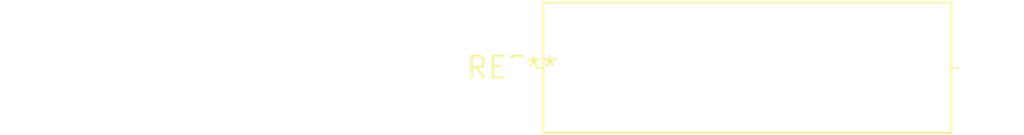
<source format=kicad_pcb>
(kicad_pcb (version 20240108) (generator pcbnew)
  (layers (0 "F.Cu" signal) (31 "B.Cu" signal) (34 "B.Paste" user) (35 "F.Paste" user) (36 "B.SilkS" user "B.Silkscreen") (37 "F.SilkS" user "F.Silkscreen") (38 "B.Mask" user) (39 "F.Mask" user) (44 "Edge.Cuts" user))
  (net 0 "")
  (footprint "L_Axial_L24.0mm_D7.5mm_P27.94mm_Horizontal_Fastron_MESC" (layer "F.Cu") (at 0 0)
    (property "Reference" "REF**")
    (property "Value" "L_Axial_L24.0mm_D7.5mm_P27.94mm_Horizontal_Fastron_MESC")
    (fp_line (start 1.44 0) (end 1.85 0) (layer "F.SilkS") (stroke (width 0.12)))
    (fp_line (start 1.85 -3.87) (end 1.85 3.87) (layer "F.SilkS") (stroke (width 0.12)))
    (fp_line (start 1.85 3.87) (end 26.09 3.87) (layer "F.SilkS") (stroke (width 0.12)))
    (fp_line (start 26.09 -3.87) (end 1.85 -3.87) (layer "F.SilkS") (stroke (width 0.12)))
    (fp_line (start 26.09 3.87) (end 26.09 -3.87) (layer "F.SilkS") (stroke (width 0.12)))
    (fp_line (start 26.5 0) (end 26.09 0) (layer "F.SilkS") (stroke (width 0.12)))
    (pad "1" thru_hole circle (at 0 0) (size 2.4 2.4) (drill 1.2) (layers *.Cu *.Mask) (remove_unused_layers))
    (pad "2" thru_hole oval (at 27.94 0) (size 2.4 2.4) (drill 1.2) (layers *.Cu *.Mask) (remove_unused_layers))
  )
)
</source>
